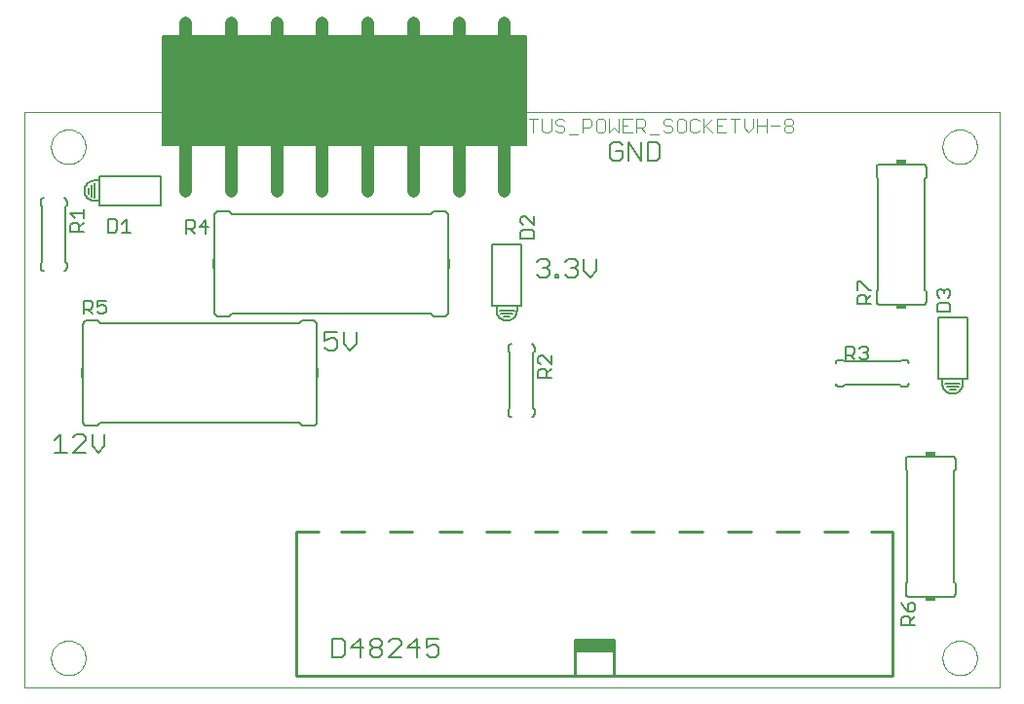
<source format=gto>
G75*
G70*
%OFA0B0*%
%FSLAX24Y24*%
%IPPOS*%
%LPD*%
%AMOC8*
5,1,8,0,0,1.08239X$1,22.5*
%
%ADD10C,0.0000*%
%ADD11C,0.0060*%
%ADD12C,0.0449*%
%ADD13C,0.0050*%
%ADD14C,0.0040*%
%ADD15C,0.0100*%
%ADD16R,0.0060X0.0320*%
%ADD17R,0.0320X0.0160*%
D10*
X000180Y000680D02*
X000180Y020365D01*
X033550Y020365D01*
X033550Y000680D01*
X000180Y000680D01*
X001089Y001680D02*
X001091Y001728D01*
X001097Y001776D01*
X001107Y001823D01*
X001120Y001869D01*
X001138Y001914D01*
X001158Y001958D01*
X001183Y002000D01*
X001211Y002039D01*
X001241Y002076D01*
X001275Y002110D01*
X001312Y002142D01*
X001350Y002171D01*
X001391Y002196D01*
X001434Y002218D01*
X001479Y002236D01*
X001525Y002250D01*
X001572Y002261D01*
X001620Y002268D01*
X001668Y002271D01*
X001716Y002270D01*
X001764Y002265D01*
X001812Y002256D01*
X001858Y002244D01*
X001903Y002227D01*
X001947Y002207D01*
X001989Y002184D01*
X002029Y002157D01*
X002067Y002127D01*
X002102Y002094D01*
X002134Y002058D01*
X002164Y002020D01*
X002190Y001979D01*
X002212Y001936D01*
X002232Y001892D01*
X002247Y001847D01*
X002259Y001800D01*
X002267Y001752D01*
X002271Y001704D01*
X002271Y001656D01*
X002267Y001608D01*
X002259Y001560D01*
X002247Y001513D01*
X002232Y001468D01*
X002212Y001424D01*
X002190Y001381D01*
X002164Y001340D01*
X002134Y001302D01*
X002102Y001266D01*
X002067Y001233D01*
X002029Y001203D01*
X001989Y001176D01*
X001947Y001153D01*
X001903Y001133D01*
X001858Y001116D01*
X001812Y001104D01*
X001764Y001095D01*
X001716Y001090D01*
X001668Y001089D01*
X001620Y001092D01*
X001572Y001099D01*
X001525Y001110D01*
X001479Y001124D01*
X001434Y001142D01*
X001391Y001164D01*
X001350Y001189D01*
X001312Y001218D01*
X001275Y001250D01*
X001241Y001284D01*
X001211Y001321D01*
X001183Y001360D01*
X001158Y001402D01*
X001138Y001446D01*
X001120Y001491D01*
X001107Y001537D01*
X001097Y001584D01*
X001091Y001632D01*
X001089Y001680D01*
X001089Y019180D02*
X001091Y019228D01*
X001097Y019276D01*
X001107Y019323D01*
X001120Y019369D01*
X001138Y019414D01*
X001158Y019458D01*
X001183Y019500D01*
X001211Y019539D01*
X001241Y019576D01*
X001275Y019610D01*
X001312Y019642D01*
X001350Y019671D01*
X001391Y019696D01*
X001434Y019718D01*
X001479Y019736D01*
X001525Y019750D01*
X001572Y019761D01*
X001620Y019768D01*
X001668Y019771D01*
X001716Y019770D01*
X001764Y019765D01*
X001812Y019756D01*
X001858Y019744D01*
X001903Y019727D01*
X001947Y019707D01*
X001989Y019684D01*
X002029Y019657D01*
X002067Y019627D01*
X002102Y019594D01*
X002134Y019558D01*
X002164Y019520D01*
X002190Y019479D01*
X002212Y019436D01*
X002232Y019392D01*
X002247Y019347D01*
X002259Y019300D01*
X002267Y019252D01*
X002271Y019204D01*
X002271Y019156D01*
X002267Y019108D01*
X002259Y019060D01*
X002247Y019013D01*
X002232Y018968D01*
X002212Y018924D01*
X002190Y018881D01*
X002164Y018840D01*
X002134Y018802D01*
X002102Y018766D01*
X002067Y018733D01*
X002029Y018703D01*
X001989Y018676D01*
X001947Y018653D01*
X001903Y018633D01*
X001858Y018616D01*
X001812Y018604D01*
X001764Y018595D01*
X001716Y018590D01*
X001668Y018589D01*
X001620Y018592D01*
X001572Y018599D01*
X001525Y018610D01*
X001479Y018624D01*
X001434Y018642D01*
X001391Y018664D01*
X001350Y018689D01*
X001312Y018718D01*
X001275Y018750D01*
X001241Y018784D01*
X001211Y018821D01*
X001183Y018860D01*
X001158Y018902D01*
X001138Y018946D01*
X001120Y018991D01*
X001107Y019037D01*
X001097Y019084D01*
X001091Y019132D01*
X001089Y019180D01*
X031589Y019180D02*
X031591Y019228D01*
X031597Y019276D01*
X031607Y019323D01*
X031620Y019369D01*
X031638Y019414D01*
X031658Y019458D01*
X031683Y019500D01*
X031711Y019539D01*
X031741Y019576D01*
X031775Y019610D01*
X031812Y019642D01*
X031850Y019671D01*
X031891Y019696D01*
X031934Y019718D01*
X031979Y019736D01*
X032025Y019750D01*
X032072Y019761D01*
X032120Y019768D01*
X032168Y019771D01*
X032216Y019770D01*
X032264Y019765D01*
X032312Y019756D01*
X032358Y019744D01*
X032403Y019727D01*
X032447Y019707D01*
X032489Y019684D01*
X032529Y019657D01*
X032567Y019627D01*
X032602Y019594D01*
X032634Y019558D01*
X032664Y019520D01*
X032690Y019479D01*
X032712Y019436D01*
X032732Y019392D01*
X032747Y019347D01*
X032759Y019300D01*
X032767Y019252D01*
X032771Y019204D01*
X032771Y019156D01*
X032767Y019108D01*
X032759Y019060D01*
X032747Y019013D01*
X032732Y018968D01*
X032712Y018924D01*
X032690Y018881D01*
X032664Y018840D01*
X032634Y018802D01*
X032602Y018766D01*
X032567Y018733D01*
X032529Y018703D01*
X032489Y018676D01*
X032447Y018653D01*
X032403Y018633D01*
X032358Y018616D01*
X032312Y018604D01*
X032264Y018595D01*
X032216Y018590D01*
X032168Y018589D01*
X032120Y018592D01*
X032072Y018599D01*
X032025Y018610D01*
X031979Y018624D01*
X031934Y018642D01*
X031891Y018664D01*
X031850Y018689D01*
X031812Y018718D01*
X031775Y018750D01*
X031741Y018784D01*
X031711Y018821D01*
X031683Y018860D01*
X031658Y018902D01*
X031638Y018946D01*
X031620Y018991D01*
X031607Y019037D01*
X031597Y019084D01*
X031591Y019132D01*
X031589Y019180D01*
X031589Y001680D02*
X031591Y001728D01*
X031597Y001776D01*
X031607Y001823D01*
X031620Y001869D01*
X031638Y001914D01*
X031658Y001958D01*
X031683Y002000D01*
X031711Y002039D01*
X031741Y002076D01*
X031775Y002110D01*
X031812Y002142D01*
X031850Y002171D01*
X031891Y002196D01*
X031934Y002218D01*
X031979Y002236D01*
X032025Y002250D01*
X032072Y002261D01*
X032120Y002268D01*
X032168Y002271D01*
X032216Y002270D01*
X032264Y002265D01*
X032312Y002256D01*
X032358Y002244D01*
X032403Y002227D01*
X032447Y002207D01*
X032489Y002184D01*
X032529Y002157D01*
X032567Y002127D01*
X032602Y002094D01*
X032634Y002058D01*
X032664Y002020D01*
X032690Y001979D01*
X032712Y001936D01*
X032732Y001892D01*
X032747Y001847D01*
X032759Y001800D01*
X032767Y001752D01*
X032771Y001704D01*
X032771Y001656D01*
X032767Y001608D01*
X032759Y001560D01*
X032747Y001513D01*
X032732Y001468D01*
X032712Y001424D01*
X032690Y001381D01*
X032664Y001340D01*
X032634Y001302D01*
X032602Y001266D01*
X032567Y001233D01*
X032529Y001203D01*
X032489Y001176D01*
X032447Y001153D01*
X032403Y001133D01*
X032358Y001116D01*
X032312Y001104D01*
X032264Y001095D01*
X032216Y001090D01*
X032168Y001089D01*
X032120Y001092D01*
X032072Y001099D01*
X032025Y001110D01*
X031979Y001124D01*
X031934Y001142D01*
X031891Y001164D01*
X031850Y001189D01*
X031812Y001218D01*
X031775Y001250D01*
X031741Y001284D01*
X031711Y001321D01*
X031683Y001360D01*
X031658Y001402D01*
X031638Y001446D01*
X031620Y001491D01*
X031607Y001537D01*
X031597Y001584D01*
X031591Y001632D01*
X031589Y001680D01*
D11*
X031930Y003780D02*
X030430Y003780D01*
X030413Y003782D01*
X030396Y003786D01*
X030380Y003793D01*
X030366Y003803D01*
X030353Y003816D01*
X030343Y003830D01*
X030336Y003846D01*
X030332Y003863D01*
X030330Y003880D01*
X030330Y004230D01*
X030380Y004280D01*
X030380Y008080D01*
X030330Y008130D01*
X030330Y008480D01*
X030332Y008497D01*
X030336Y008514D01*
X030343Y008530D01*
X030353Y008544D01*
X030366Y008557D01*
X030380Y008567D01*
X030396Y008574D01*
X030413Y008578D01*
X030430Y008580D01*
X031930Y008580D01*
X031947Y008578D01*
X031964Y008574D01*
X031980Y008567D01*
X031994Y008557D01*
X032007Y008544D01*
X032017Y008530D01*
X032024Y008514D01*
X032028Y008497D01*
X032030Y008480D01*
X032030Y008130D01*
X031980Y008080D01*
X031980Y004280D01*
X032030Y004230D01*
X032030Y003880D01*
X032028Y003863D01*
X032024Y003846D01*
X032017Y003830D01*
X032007Y003816D01*
X031994Y003803D01*
X031980Y003793D01*
X031964Y003786D01*
X031947Y003782D01*
X031930Y003780D01*
X031830Y010880D02*
X032030Y010880D01*
X032130Y010980D02*
X031730Y010980D01*
X031680Y011080D02*
X032180Y011080D01*
X032280Y011080D02*
X032280Y011230D01*
X031580Y011230D01*
X031430Y011230D01*
X031430Y013330D01*
X032430Y013330D01*
X032430Y011230D01*
X032280Y011230D01*
X032280Y011080D02*
X032278Y011043D01*
X032272Y011007D01*
X032263Y010972D01*
X032250Y010938D01*
X032233Y010905D01*
X032213Y010874D01*
X032190Y010846D01*
X032164Y010820D01*
X032136Y010797D01*
X032105Y010777D01*
X032072Y010760D01*
X032038Y010747D01*
X032003Y010738D01*
X031967Y010732D01*
X031930Y010730D01*
X031893Y010732D01*
X031857Y010738D01*
X031822Y010747D01*
X031788Y010760D01*
X031755Y010777D01*
X031724Y010797D01*
X031696Y010820D01*
X031670Y010846D01*
X031647Y010874D01*
X031627Y010905D01*
X031610Y010938D01*
X031597Y010972D01*
X031588Y011007D01*
X031582Y011043D01*
X031580Y011080D01*
X031580Y011230D01*
X030430Y011080D02*
X030428Y011063D01*
X030424Y011046D01*
X030417Y011030D01*
X030407Y011016D01*
X030394Y011003D01*
X030380Y010993D01*
X030364Y010986D01*
X030347Y010982D01*
X030330Y010980D01*
X030180Y010980D01*
X030130Y011030D01*
X028230Y011030D01*
X028180Y010980D01*
X028030Y010980D01*
X028013Y010982D01*
X027996Y010986D01*
X027980Y010993D01*
X027966Y011003D01*
X027953Y011016D01*
X027943Y011030D01*
X027936Y011046D01*
X027932Y011063D01*
X027930Y011080D01*
X027930Y011780D02*
X027932Y011797D01*
X027936Y011814D01*
X027943Y011830D01*
X027953Y011844D01*
X027966Y011857D01*
X027980Y011867D01*
X027996Y011874D01*
X028013Y011878D01*
X028030Y011880D01*
X028180Y011880D01*
X028230Y011830D01*
X030130Y011830D01*
X030180Y011880D01*
X030330Y011880D01*
X030347Y011878D01*
X030364Y011874D01*
X030380Y011867D01*
X030394Y011857D01*
X030407Y011844D01*
X030417Y011830D01*
X030424Y011814D01*
X030428Y011797D01*
X030430Y011780D01*
X030930Y013780D02*
X029430Y013780D01*
X029413Y013782D01*
X029396Y013786D01*
X029380Y013793D01*
X029366Y013803D01*
X029353Y013816D01*
X029343Y013830D01*
X029336Y013846D01*
X029332Y013863D01*
X029330Y013880D01*
X029330Y014230D01*
X029380Y014280D01*
X029380Y018080D01*
X029330Y018130D01*
X029330Y018480D01*
X029332Y018497D01*
X029336Y018514D01*
X029343Y018530D01*
X029353Y018544D01*
X029366Y018557D01*
X029380Y018567D01*
X029396Y018574D01*
X029413Y018578D01*
X029430Y018580D01*
X030930Y018580D01*
X030947Y018578D01*
X030964Y018574D01*
X030980Y018567D01*
X030994Y018557D01*
X031007Y018544D01*
X031017Y018530D01*
X031024Y018514D01*
X031028Y018497D01*
X031030Y018480D01*
X031030Y018130D01*
X030980Y018080D01*
X030980Y014280D01*
X031030Y014230D01*
X031030Y013880D01*
X031028Y013863D01*
X031024Y013846D01*
X031017Y013830D01*
X031007Y013816D01*
X030994Y013803D01*
X030980Y013793D01*
X030964Y013786D01*
X030947Y013782D01*
X030930Y013780D01*
X021926Y018817D02*
X021819Y018710D01*
X021499Y018710D01*
X021499Y019351D01*
X021819Y019351D01*
X021926Y019244D01*
X021926Y018817D01*
X021282Y018710D02*
X021282Y019351D01*
X020855Y019351D02*
X021282Y018710D01*
X020855Y018710D02*
X020855Y019351D01*
X020637Y019244D02*
X020530Y019351D01*
X020317Y019351D01*
X020210Y019244D01*
X020210Y018817D01*
X020317Y018710D01*
X020530Y018710D01*
X020637Y018817D01*
X020637Y019030D01*
X020424Y019030D01*
X017180Y015830D02*
X016180Y015830D01*
X016180Y013730D01*
X016330Y013730D01*
X017030Y013730D01*
X017030Y013580D01*
X016930Y013580D02*
X016430Y013580D01*
X016330Y013580D02*
X016330Y013730D01*
X016480Y013480D02*
X016880Y013480D01*
X016780Y013380D02*
X016580Y013380D01*
X016330Y013580D02*
X016332Y013543D01*
X016338Y013507D01*
X016347Y013472D01*
X016360Y013438D01*
X016377Y013405D01*
X016397Y013374D01*
X016420Y013346D01*
X016446Y013320D01*
X016474Y013297D01*
X016505Y013277D01*
X016538Y013260D01*
X016572Y013247D01*
X016607Y013238D01*
X016643Y013232D01*
X016680Y013230D01*
X016717Y013232D01*
X016753Y013238D01*
X016788Y013247D01*
X016822Y013260D01*
X016855Y013277D01*
X016886Y013297D01*
X016914Y013320D01*
X016940Y013346D01*
X016963Y013374D01*
X016983Y013405D01*
X017000Y013438D01*
X017013Y013472D01*
X017022Y013507D01*
X017028Y013543D01*
X017030Y013580D01*
X017030Y013730D02*
X017180Y013730D01*
X017180Y015830D01*
X017710Y015244D02*
X017817Y015351D01*
X018030Y015351D01*
X018137Y015244D01*
X018137Y015137D01*
X018030Y015030D01*
X018137Y014924D01*
X018137Y014817D01*
X018030Y014710D01*
X017817Y014710D01*
X017710Y014817D01*
X017924Y015030D02*
X018030Y015030D01*
X018355Y014817D02*
X018461Y014817D01*
X018461Y014710D01*
X018355Y014710D01*
X018355Y014817D01*
X018677Y014817D02*
X018784Y014710D01*
X018997Y014710D01*
X019104Y014817D01*
X019104Y014924D01*
X018997Y015030D01*
X018890Y015030D01*
X018997Y015030D02*
X019104Y015137D01*
X019104Y015244D01*
X018997Y015351D01*
X018784Y015351D01*
X018677Y015244D01*
X019321Y015351D02*
X019321Y014924D01*
X019535Y014710D01*
X019748Y014924D01*
X019748Y015351D01*
X014680Y016830D02*
X014680Y013530D01*
X014678Y013507D01*
X014673Y013484D01*
X014664Y013462D01*
X014651Y013442D01*
X014636Y013424D01*
X014618Y013409D01*
X014598Y013396D01*
X014576Y013387D01*
X014553Y013382D01*
X014530Y013380D01*
X014180Y013380D01*
X014080Y013480D01*
X007280Y013480D01*
X007180Y013380D01*
X006830Y013380D01*
X006807Y013382D01*
X006784Y013387D01*
X006762Y013396D01*
X006742Y013409D01*
X006724Y013424D01*
X006709Y013442D01*
X006696Y013462D01*
X006687Y013484D01*
X006682Y013507D01*
X006680Y013530D01*
X006680Y016830D01*
X006682Y016853D01*
X006687Y016876D01*
X006696Y016898D01*
X006709Y016918D01*
X006724Y016936D01*
X006742Y016951D01*
X006762Y016964D01*
X006784Y016973D01*
X006807Y016978D01*
X006830Y016980D01*
X007180Y016980D01*
X007280Y016880D01*
X014080Y016880D01*
X014180Y016980D01*
X014530Y016980D01*
X014553Y016978D01*
X014576Y016973D01*
X014598Y016964D01*
X014618Y016951D01*
X014636Y016936D01*
X014651Y016918D01*
X014664Y016898D01*
X014673Y016876D01*
X014678Y016853D01*
X014680Y016830D01*
X010180Y013080D02*
X010180Y009780D01*
X010178Y009757D01*
X010173Y009734D01*
X010164Y009712D01*
X010151Y009692D01*
X010136Y009674D01*
X010118Y009659D01*
X010098Y009646D01*
X010076Y009637D01*
X010053Y009632D01*
X010030Y009630D01*
X009680Y009630D01*
X009580Y009730D01*
X002780Y009730D01*
X002680Y009630D01*
X002330Y009630D01*
X002307Y009632D01*
X002284Y009637D01*
X002262Y009646D01*
X002242Y009659D01*
X002224Y009674D01*
X002209Y009692D01*
X002196Y009712D01*
X002187Y009734D01*
X002182Y009757D01*
X002180Y009780D01*
X002180Y013080D01*
X002182Y013103D01*
X002187Y013126D01*
X002196Y013148D01*
X002209Y013168D01*
X002224Y013186D01*
X002242Y013201D01*
X002262Y013214D01*
X002284Y013223D01*
X002307Y013228D01*
X002330Y013230D01*
X002680Y013230D01*
X002780Y013130D01*
X009580Y013130D01*
X009680Y013230D01*
X010030Y013230D01*
X010053Y013228D01*
X010076Y013223D01*
X010098Y013214D01*
X010118Y013201D01*
X010136Y013186D01*
X010151Y013168D01*
X010164Y013148D01*
X010173Y013126D01*
X010178Y013103D01*
X010180Y013080D01*
X010460Y012851D02*
X010460Y012530D01*
X010674Y012637D01*
X010780Y012637D01*
X010887Y012530D01*
X010887Y012317D01*
X010780Y012210D01*
X010567Y012210D01*
X010460Y012317D01*
X011105Y012424D02*
X011318Y012210D01*
X011532Y012424D01*
X011532Y012851D01*
X011105Y012851D02*
X011105Y012424D01*
X010887Y012851D02*
X010460Y012851D01*
X016730Y012330D02*
X016730Y012180D01*
X016780Y012130D01*
X016780Y010230D01*
X016730Y010180D01*
X016730Y010030D01*
X016732Y010013D01*
X016736Y009996D01*
X016743Y009980D01*
X016753Y009966D01*
X016766Y009953D01*
X016780Y009943D01*
X016796Y009936D01*
X016813Y009932D01*
X016830Y009930D01*
X017530Y009930D02*
X017547Y009932D01*
X017564Y009936D01*
X017580Y009943D01*
X017594Y009953D01*
X017607Y009966D01*
X017617Y009980D01*
X017624Y009996D01*
X017628Y010013D01*
X017630Y010030D01*
X017630Y010180D01*
X017580Y010230D01*
X017580Y012130D01*
X017630Y012180D01*
X017630Y012330D01*
X017628Y012347D01*
X017624Y012364D01*
X017617Y012380D01*
X017607Y012394D01*
X017594Y012407D01*
X017580Y012417D01*
X017564Y012424D01*
X017547Y012428D01*
X017530Y012430D01*
X016830Y012430D02*
X016813Y012428D01*
X016796Y012424D01*
X016780Y012417D01*
X016766Y012407D01*
X016753Y012394D01*
X016743Y012380D01*
X016736Y012364D01*
X016732Y012347D01*
X016730Y012330D01*
X004830Y017180D02*
X004830Y018180D01*
X002730Y018180D01*
X002730Y018030D01*
X002730Y017330D01*
X002580Y017330D01*
X002580Y017430D02*
X002580Y017930D01*
X002580Y018030D02*
X002730Y018030D01*
X002480Y017880D02*
X002480Y017480D01*
X002380Y017580D02*
X002380Y017780D01*
X002580Y018030D02*
X002543Y018028D01*
X002507Y018022D01*
X002472Y018013D01*
X002438Y018000D01*
X002405Y017983D01*
X002374Y017963D01*
X002346Y017940D01*
X002320Y017914D01*
X002297Y017886D01*
X002277Y017855D01*
X002260Y017822D01*
X002247Y017788D01*
X002238Y017753D01*
X002232Y017717D01*
X002230Y017680D01*
X002232Y017643D01*
X002238Y017607D01*
X002247Y017572D01*
X002260Y017538D01*
X002277Y017505D01*
X002297Y017474D01*
X002320Y017446D01*
X002346Y017420D01*
X002374Y017397D01*
X002405Y017377D01*
X002438Y017360D01*
X002472Y017347D01*
X002507Y017338D01*
X002543Y017332D01*
X002580Y017330D01*
X002730Y017330D02*
X002730Y017180D01*
X004830Y017180D01*
X001630Y017180D02*
X001580Y017130D01*
X001580Y015230D01*
X001630Y015180D01*
X001630Y015030D01*
X001628Y015013D01*
X001624Y014996D01*
X001617Y014980D01*
X001607Y014966D01*
X001594Y014953D01*
X001580Y014943D01*
X001564Y014936D01*
X001547Y014932D01*
X001530Y014930D01*
X000830Y014930D02*
X000813Y014932D01*
X000796Y014936D01*
X000780Y014943D01*
X000766Y014953D01*
X000753Y014966D01*
X000743Y014980D01*
X000736Y014996D01*
X000732Y015013D01*
X000730Y015030D01*
X000730Y015180D01*
X000780Y015230D01*
X000780Y017130D01*
X000730Y017180D01*
X000730Y017330D01*
X000732Y017347D01*
X000736Y017364D01*
X000743Y017380D01*
X000753Y017394D01*
X000766Y017407D01*
X000780Y017417D01*
X000796Y017424D01*
X000813Y017428D01*
X000830Y017430D01*
X001530Y017430D02*
X001547Y017428D01*
X001564Y017424D01*
X001580Y017417D01*
X001594Y017407D01*
X001607Y017394D01*
X001617Y017380D01*
X001624Y017364D01*
X001628Y017347D01*
X001630Y017330D01*
X001630Y017180D01*
X001424Y009351D02*
X001424Y008710D01*
X001637Y008710D02*
X001210Y008710D01*
X001210Y009137D02*
X001424Y009351D01*
X001855Y009244D02*
X001961Y009351D01*
X002175Y009351D01*
X002282Y009244D01*
X002282Y009137D01*
X001855Y008710D01*
X002282Y008710D01*
X002499Y008924D02*
X002713Y008710D01*
X002926Y008924D01*
X002926Y009351D01*
X002499Y009351D02*
X002499Y008924D01*
X010710Y002351D02*
X011030Y002351D01*
X011137Y002244D01*
X011137Y001817D01*
X011030Y001710D01*
X010710Y001710D01*
X010710Y002351D01*
X011355Y002030D02*
X011782Y002030D01*
X011999Y001924D02*
X012106Y002030D01*
X012319Y002030D01*
X012426Y001924D01*
X012426Y001817D01*
X012319Y001710D01*
X012106Y001710D01*
X011999Y001817D01*
X011999Y001924D01*
X012106Y002030D02*
X011999Y002137D01*
X011999Y002244D01*
X012106Y002351D01*
X012319Y002351D01*
X012426Y002244D01*
X012426Y002137D01*
X012319Y002030D01*
X012644Y002244D02*
X012750Y002351D01*
X012964Y002351D01*
X013071Y002244D01*
X013071Y002137D01*
X012644Y001710D01*
X013071Y001710D01*
X013288Y002030D02*
X013715Y002030D01*
X013933Y002030D02*
X013933Y002351D01*
X014360Y002351D01*
X014253Y002137D02*
X014360Y002030D01*
X014360Y001817D01*
X014253Y001710D01*
X014040Y001710D01*
X013933Y001817D01*
X013933Y002030D02*
X014146Y002137D01*
X014253Y002137D01*
X013608Y002351D02*
X013608Y001710D01*
X013288Y002030D02*
X013608Y002351D01*
X011675Y002351D02*
X011675Y001710D01*
X011355Y002030D02*
X011675Y002351D01*
D12*
X011916Y017680D02*
X011916Y023428D01*
X010357Y023428D02*
X010357Y017680D01*
X008798Y017680D02*
X008798Y023428D01*
X007239Y023428D02*
X007239Y017680D01*
X005680Y017680D02*
X005680Y023428D01*
X013475Y023428D02*
X013475Y017680D01*
X015034Y017680D02*
X015034Y023428D01*
X016593Y023428D02*
X016593Y017680D01*
D13*
X017230Y016816D02*
X017155Y016741D01*
X017155Y016590D01*
X017230Y016515D01*
X017230Y016355D02*
X017155Y016280D01*
X017155Y016055D01*
X017605Y016055D01*
X017605Y016280D01*
X017530Y016355D01*
X017230Y016355D01*
X017605Y016515D02*
X017305Y016816D01*
X017230Y016816D01*
X017605Y016816D02*
X017605Y016515D01*
X017361Y019255D02*
X017361Y022956D01*
X004912Y022956D01*
X004912Y019255D01*
X017361Y019255D01*
X017361Y019256D02*
X004912Y019256D01*
X004912Y019304D02*
X017361Y019304D01*
X017361Y019353D02*
X004912Y019353D01*
X004912Y019401D02*
X017361Y019401D01*
X017361Y019450D02*
X004912Y019450D01*
X004912Y019498D02*
X017361Y019498D01*
X017361Y019547D02*
X004912Y019547D01*
X004912Y019595D02*
X017361Y019595D01*
X017361Y019644D02*
X004912Y019644D01*
X004912Y019692D02*
X017361Y019692D01*
X017361Y019741D02*
X004912Y019741D01*
X004912Y019789D02*
X017361Y019789D01*
X017361Y019838D02*
X004912Y019838D01*
X004912Y019886D02*
X017361Y019886D01*
X017361Y019935D02*
X004912Y019935D01*
X004912Y019983D02*
X017361Y019983D01*
X017361Y020032D02*
X004912Y020032D01*
X004912Y020080D02*
X017361Y020080D01*
X017361Y020129D02*
X004912Y020129D01*
X004912Y020177D02*
X017361Y020177D01*
X017361Y020226D02*
X004912Y020226D01*
X004912Y020274D02*
X017361Y020274D01*
X017361Y020323D02*
X004912Y020323D01*
X004912Y020371D02*
X017361Y020371D01*
X017361Y020420D02*
X004912Y020420D01*
X004912Y020468D02*
X017361Y020468D01*
X017361Y020517D02*
X004912Y020517D01*
X004912Y020565D02*
X017361Y020565D01*
X017361Y020614D02*
X004912Y020614D01*
X004912Y020662D02*
X017361Y020662D01*
X017361Y020711D02*
X004912Y020711D01*
X004912Y020759D02*
X017361Y020759D01*
X017361Y020808D02*
X004912Y020808D01*
X004912Y020856D02*
X017361Y020856D01*
X017361Y020905D02*
X004912Y020905D01*
X004912Y020953D02*
X017361Y020953D01*
X017361Y021002D02*
X004912Y021002D01*
X004912Y021050D02*
X017361Y021050D01*
X017361Y021099D02*
X004912Y021099D01*
X004912Y021147D02*
X017361Y021147D01*
X017361Y021196D02*
X004912Y021196D01*
X004912Y021244D02*
X017361Y021244D01*
X017361Y021293D02*
X004912Y021293D01*
X004912Y021341D02*
X017361Y021341D01*
X017361Y021390D02*
X004912Y021390D01*
X004912Y021438D02*
X017361Y021438D01*
X017361Y021487D02*
X004912Y021487D01*
X004912Y021535D02*
X017361Y021535D01*
X017361Y021584D02*
X004912Y021584D01*
X004912Y021632D02*
X017361Y021632D01*
X017361Y021681D02*
X004912Y021681D01*
X004912Y021729D02*
X017361Y021729D01*
X017361Y021778D02*
X004912Y021778D01*
X004912Y021826D02*
X017361Y021826D01*
X017361Y021875D02*
X004912Y021875D01*
X004912Y021923D02*
X017361Y021923D01*
X017361Y021972D02*
X004912Y021972D01*
X004912Y022020D02*
X017361Y022020D01*
X017361Y022069D02*
X004912Y022069D01*
X004912Y022117D02*
X017361Y022117D01*
X017361Y022166D02*
X004912Y022166D01*
X004912Y022214D02*
X017361Y022214D01*
X017361Y022263D02*
X004912Y022263D01*
X004912Y022311D02*
X017361Y022311D01*
X017361Y022360D02*
X004912Y022360D01*
X004912Y022408D02*
X017361Y022408D01*
X017361Y022457D02*
X004912Y022457D01*
X004912Y022505D02*
X017361Y022505D01*
X017361Y022554D02*
X004912Y022554D01*
X004912Y022602D02*
X017361Y022602D01*
X017361Y022651D02*
X004912Y022651D01*
X004912Y022699D02*
X017361Y022699D01*
X017361Y022748D02*
X004912Y022748D01*
X004912Y022796D02*
X017361Y022796D01*
X017361Y022845D02*
X004912Y022845D01*
X004912Y022893D02*
X017361Y022893D01*
X017361Y022942D02*
X004912Y022942D01*
X002205Y017045D02*
X002205Y016745D01*
X002205Y016895D02*
X001755Y016895D01*
X001905Y016745D01*
X001980Y016584D02*
X002055Y016509D01*
X002055Y016284D01*
X002205Y016284D02*
X001755Y016284D01*
X001755Y016509D01*
X001830Y016584D01*
X001980Y016584D01*
X002055Y016434D02*
X002205Y016584D01*
X003055Y016705D02*
X003055Y016255D01*
X003280Y016255D01*
X003355Y016330D01*
X003355Y016630D01*
X003280Y016705D01*
X003055Y016705D01*
X003515Y016555D02*
X003666Y016705D01*
X003666Y016255D01*
X003816Y016255D02*
X003515Y016255D01*
X005705Y016215D02*
X005705Y016665D01*
X005930Y016665D01*
X006005Y016590D01*
X006005Y016440D01*
X005930Y016365D01*
X005705Y016365D01*
X005855Y016365D02*
X006005Y016215D01*
X006165Y016440D02*
X006466Y016440D01*
X006391Y016215D02*
X006391Y016665D01*
X006165Y016440D01*
X002966Y013915D02*
X002665Y013915D01*
X002665Y013690D01*
X002816Y013765D01*
X002891Y013765D01*
X002966Y013690D01*
X002966Y013540D01*
X002891Y013465D01*
X002740Y013465D01*
X002665Y013540D01*
X002505Y013465D02*
X002355Y013615D01*
X002430Y013615D02*
X002205Y013615D01*
X002205Y013465D02*
X002205Y013915D01*
X002430Y013915D01*
X002505Y013840D01*
X002505Y013690D01*
X002430Y013615D01*
X017755Y011970D02*
X017755Y011820D01*
X017830Y011745D01*
X017830Y011584D02*
X017755Y011509D01*
X017755Y011284D01*
X018205Y011284D01*
X018055Y011284D02*
X018055Y011509D01*
X017980Y011584D01*
X017830Y011584D01*
X018055Y011434D02*
X018205Y011584D01*
X018205Y011745D02*
X017905Y012045D01*
X017830Y012045D01*
X017755Y011970D01*
X018205Y012045D02*
X018205Y011745D01*
X028284Y011905D02*
X028284Y012355D01*
X028509Y012355D01*
X028584Y012280D01*
X028584Y012130D01*
X028509Y012055D01*
X028284Y012055D01*
X028434Y012055D02*
X028584Y011905D01*
X028745Y011980D02*
X028820Y011905D01*
X028970Y011905D01*
X029045Y011980D01*
X029045Y012055D01*
X028970Y012130D01*
X028895Y012130D01*
X028970Y012130D02*
X029045Y012205D01*
X029045Y012280D01*
X028970Y012355D01*
X028820Y012355D01*
X028745Y012280D01*
X031405Y013555D02*
X031405Y013780D01*
X031480Y013855D01*
X031780Y013855D01*
X031855Y013780D01*
X031855Y013555D01*
X031405Y013555D01*
X031480Y014015D02*
X031405Y014090D01*
X031405Y014241D01*
X031480Y014316D01*
X031555Y014316D01*
X031630Y014241D01*
X031705Y014316D01*
X031780Y014316D01*
X031855Y014241D01*
X031855Y014090D01*
X031780Y014015D01*
X031630Y014166D02*
X031630Y014241D01*
X029145Y014265D02*
X029070Y014265D01*
X028770Y014566D01*
X028695Y014566D01*
X028695Y014265D01*
X028770Y014105D02*
X028920Y014105D01*
X028995Y014030D01*
X028995Y013805D01*
X029145Y013805D02*
X028695Y013805D01*
X028695Y014030D01*
X028770Y014105D01*
X028995Y013955D02*
X029145Y014105D01*
X030195Y003566D02*
X030270Y003416D01*
X030420Y003265D01*
X030420Y003491D01*
X030495Y003566D01*
X030570Y003566D01*
X030645Y003491D01*
X030645Y003340D01*
X030570Y003265D01*
X030420Y003265D01*
X030420Y003105D02*
X030495Y003030D01*
X030495Y002805D01*
X030645Y002805D02*
X030195Y002805D01*
X030195Y003030D01*
X030270Y003105D01*
X030420Y003105D01*
X030495Y002955D02*
X030645Y003105D01*
D14*
X026411Y019672D02*
X026257Y019672D01*
X026181Y019749D01*
X026181Y019826D01*
X026257Y019903D01*
X026411Y019903D01*
X026487Y019826D01*
X026487Y019749D01*
X026411Y019672D01*
X026411Y019903D02*
X026487Y019979D01*
X026487Y020056D01*
X026411Y020133D01*
X026257Y020133D01*
X026181Y020056D01*
X026181Y019979D01*
X026257Y019903D01*
X026027Y019903D02*
X025720Y019903D01*
X025567Y019903D02*
X025260Y019903D01*
X025106Y019826D02*
X025106Y020133D01*
X025260Y020133D02*
X025260Y019672D01*
X025106Y019826D02*
X024953Y019672D01*
X024799Y019826D01*
X024799Y020133D01*
X024646Y020133D02*
X024339Y020133D01*
X024492Y020133D02*
X024492Y019672D01*
X024185Y019672D02*
X023879Y019672D01*
X023879Y020133D01*
X024185Y020133D01*
X024032Y019903D02*
X023879Y019903D01*
X023725Y020133D02*
X023418Y019826D01*
X023495Y019903D02*
X023725Y019672D01*
X023418Y019672D02*
X023418Y020133D01*
X023265Y020056D02*
X023188Y020133D01*
X023035Y020133D01*
X022958Y020056D01*
X022958Y019749D01*
X023035Y019672D01*
X023188Y019672D01*
X023265Y019749D01*
X022804Y019749D02*
X022728Y019672D01*
X022574Y019672D01*
X022497Y019749D01*
X022497Y020056D01*
X022574Y020133D01*
X022728Y020133D01*
X022804Y020056D01*
X022804Y019749D01*
X022344Y019749D02*
X022267Y019672D01*
X022114Y019672D01*
X022037Y019749D01*
X022114Y019903D02*
X022267Y019903D01*
X022344Y019826D01*
X022344Y019749D01*
X022114Y019903D02*
X022037Y019979D01*
X022037Y020056D01*
X022114Y020133D01*
X022267Y020133D01*
X022344Y020056D01*
X021884Y019596D02*
X021577Y019596D01*
X021423Y019672D02*
X021270Y019826D01*
X021346Y019826D02*
X021116Y019826D01*
X021116Y019672D02*
X021116Y020133D01*
X021346Y020133D01*
X021423Y020056D01*
X021423Y019903D01*
X021346Y019826D01*
X020963Y019672D02*
X020656Y019672D01*
X020656Y020133D01*
X020963Y020133D01*
X020809Y019903D02*
X020656Y019903D01*
X020502Y020133D02*
X020502Y019672D01*
X020349Y019826D01*
X020195Y019672D01*
X020195Y020133D01*
X020042Y020056D02*
X020042Y019749D01*
X019965Y019672D01*
X019812Y019672D01*
X019735Y019749D01*
X019735Y020056D01*
X019812Y020133D01*
X019965Y020133D01*
X020042Y020056D01*
X019582Y020056D02*
X019582Y019903D01*
X019505Y019826D01*
X019275Y019826D01*
X019275Y019672D02*
X019275Y020133D01*
X019505Y020133D01*
X019582Y020056D01*
X019121Y019596D02*
X018814Y019596D01*
X018661Y019749D02*
X018584Y019672D01*
X018431Y019672D01*
X018354Y019749D01*
X018200Y019749D02*
X018200Y020133D01*
X018354Y020056D02*
X018354Y019979D01*
X018431Y019903D01*
X018584Y019903D01*
X018661Y019826D01*
X018661Y019749D01*
X018661Y020056D02*
X018584Y020133D01*
X018431Y020133D01*
X018354Y020056D01*
X018200Y019749D02*
X018124Y019672D01*
X017970Y019672D01*
X017893Y019749D01*
X017893Y020133D01*
X017740Y020133D02*
X017433Y020133D01*
X017587Y020133D02*
X017587Y019672D01*
X025567Y019672D02*
X025567Y020133D01*
D15*
X025900Y006019D02*
X026688Y006019D01*
X027554Y006019D02*
X028341Y006019D01*
X029129Y006019D02*
X029877Y006019D01*
X029877Y001082D01*
X009483Y001082D01*
X009483Y006019D01*
X010231Y006019D01*
X011019Y006019D02*
X011806Y006019D01*
X012672Y006019D02*
X013460Y006019D01*
X014365Y006019D02*
X015152Y006019D01*
X015979Y006019D02*
X016767Y006019D01*
X017633Y006019D02*
X018420Y006019D01*
X019286Y006019D02*
X020074Y006019D01*
X020940Y006019D02*
X021727Y006019D01*
X022593Y006019D02*
X023381Y006019D01*
X024247Y006019D02*
X025034Y006019D01*
X020349Y002318D02*
X019011Y002318D01*
X019011Y001924D01*
X020349Y001924D01*
X020349Y002318D01*
X020349Y001137D01*
X019011Y001137D02*
X019011Y002318D01*
X020349Y002318D01*
X020349Y002256D02*
X019011Y002256D01*
X019011Y002158D02*
X020349Y002158D01*
X020349Y002059D02*
X019011Y002059D01*
X019011Y001961D02*
X020349Y001961D01*
D16*
X010210Y011430D03*
X006650Y015180D03*
X002150Y011430D03*
X014710Y015180D03*
D17*
X030180Y013700D03*
X030180Y018660D03*
X031180Y008660D03*
X031180Y003700D03*
M02*

</source>
